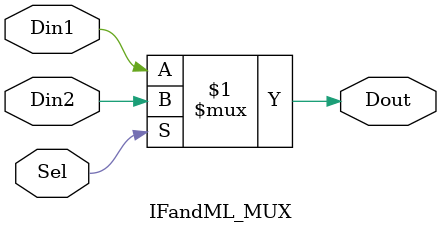
<source format=v>
`timescale	1ns/1ps

module	IFandML_MUX(Dout, Din1, Din2, Sel)	;

output	Dout	;
wire	Dout	;

input	Din1, Din2	;
wire	Din1, Din2	;

input	Sel	;
wire	Sel	;


assign	Dout = Sel ? Din2 : Din1	;

endmodule

</source>
